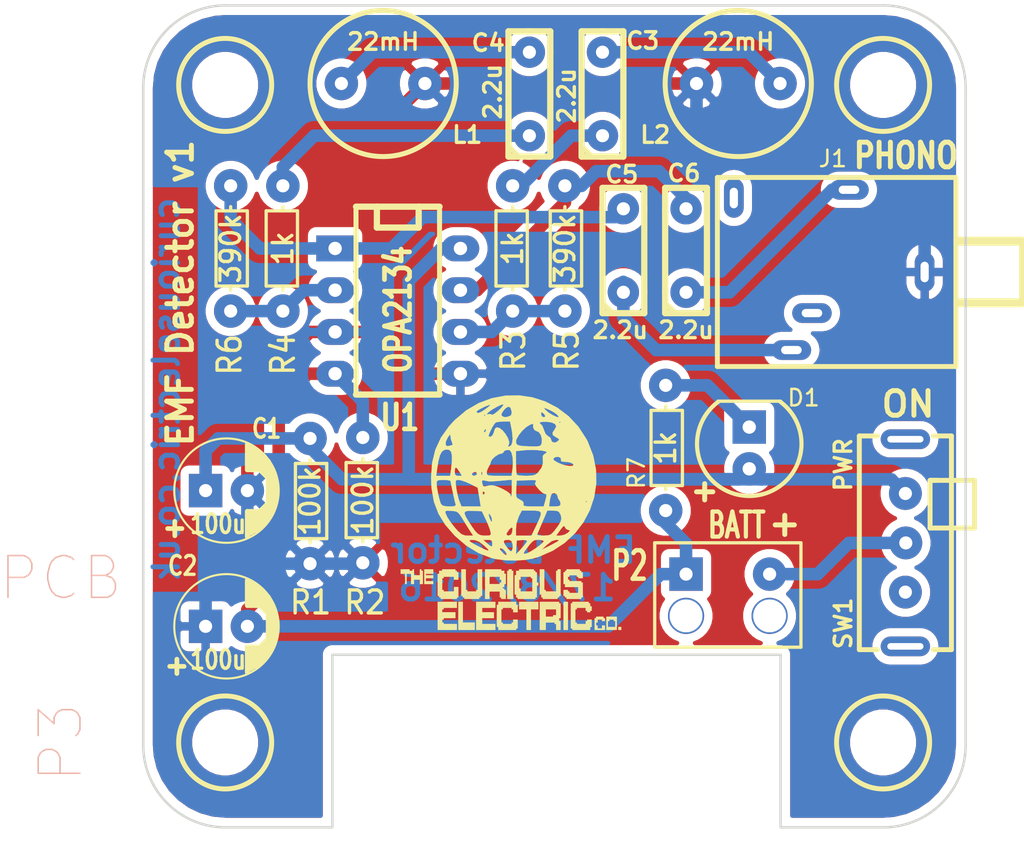
<source format=kicad_pcb>
(kicad_pcb (version 20171130) (host pcbnew "(5.1.10)-1")
  (layers (0 F.Cu signal) (31 B.Cu signal) (34 B.Paste user) (35 F.Paste user) (36 B.SilkS user) (37 F.SilkS user) (38 B.Mask user) (39 F.Mask user) (44 Edge.Cuts user))
  (net 0 "")
  (net 1 VCC)
  (net 2 GND)
  (net 3 VSS)
  (net 4 "Net-(C3-Pad1)")
  (net 5 "Net-(C3-Pad2)")
  (net 6 "Net-(C4-Pad1)")
  (net 7 "Net-(C4-Pad2)")
  (net 8 "Net-(C5-Pad1)")
  (net 9 "Net-(C5-Pad2)")
  (net 10 "Net-(C6-Pad1)")
  (net 11 "Net-(C6-Pad2)")
  (net 12 "Net-(P2-Pad2)")
  (net 13 "Net-(R3-Pad1)")
  (net 14 "Net-(R4-Pad1)")
  (net 15 "Net-(J1-Pad6)")
  (net 16 "Net-(J1-Pad5)")
  (net 17 "Net-(D1-Pad1)")
  (module REInnovationFootprint:C_1V7_TH (layer F.Cu) (at 125.062 132.77)
    (fp_text reference C2 (at -2.667 -3.683) (layer F.SilkS) (effects (font (size 1.143 0.889) (thickness 0.2032))))
    (fp_text value 100u (at -0.508 2.032) (layer F.SilkS) (effects (font (size 1.143 0.889) (thickness 0.2032))))
    (fp_text user + (at -3.015 2.358) (layer F.SilkS) (effects (font (size 1.143 1.143) (thickness 0.28702))))
    (pad 2 thru_hole circle (at 1.27 0) (size 2.032 2.032) (drill 0.8001) (layers *.Cu *.Mask) (net 3 VSS))
    (pad 1 thru_hole rect (at -1.27 0) (size 2.032 2.032) (drill 0.8001) (layers *.Cu *.Mask) (net 2 GND))
  )
  (module REInnovationFootprint:C_1V7_TH (layer F.Cu) (at 125.062 124.515)
    (fp_text reference C1 (at 2.438 -3.765) (layer F.SilkS) (effects (font (size 1.143 0.889) (thickness 0.2032))))
    (fp_text value 100u (at -0.508 2.032) (layer F.SilkS) (effects (font (size 1.143 0.889) (thickness 0.2032))))
    (fp_text user + (at -3.142 2.231) (layer F.SilkS) (effects (font (size 1.143 1.143) (thickness 0.28702))))
    (pad 2 thru_hole circle (at 1.27 0) (size 2.032 2.032) (drill 0.8001) (layers *.Cu *.Mask) (net 2 GND))
    (pad 1 thru_hole rect (at -1.27 0) (size 2.032 2.032) (drill 0.8001) (layers *.Cu *.Mask) (net 1 VCC))
  )
  (module REInnovationFootprint:DIP-8_300_ELL (layer F.Cu) (at 135.476 117.403 270)
    (fp_text reference U1 (at 2.667 -0.127) (layer F.SilkS) (effects (font (size 1.524 1.143) (thickness 0.28702))))
    (fp_text value OPA2134 (at -3.903 -0.024 270) (layer F.SilkS) (effects (font (size 1.524 1.143) (thickness 0.28702))))
    (pad 8 thru_hole oval (at -7.62 -3.81 270) (size 1.5748 2.286) (drill 0.8128) (layers *.Cu *.Mask) (net 1 VCC))
    (pad 7 thru_hole oval (at -5.08 -3.81 270) (size 1.5748 2.286) (drill 0.8128) (layers *.Cu *.Mask) (net 11 "Net-(C6-Pad2)"))
    (pad 6 thru_hole oval (at -2.54 -3.81 270) (size 1.5748 2.286) (drill 0.8128) (layers *.Cu *.Mask) (net 13 "Net-(R3-Pad1)"))
    (pad 5 thru_hole oval (at 0 -3.81 270) (size 1.5748 2.286) (drill 0.8128) (layers *.Cu *.Mask) (net 2 GND))
    (pad 4 thru_hole oval (at 0 3.81 270) (size 1.5748 2.286) (drill 0.8128) (layers *.Cu *.Mask) (net 3 VSS))
    (pad 3 thru_hole oval (at -2.54 3.81 270) (size 1.5748 2.286) (drill 0.8128) (layers *.Cu *.Mask) (net 2 GND))
    (pad 2 thru_hole oval (at -5.08 3.81 270) (size 1.5748 2.286) (drill 0.8128) (layers *.Cu *.Mask) (net 14 "Net-(R4-Pad1)"))
    (pad 1 thru_hole rect (at -7.62 3.81 270) (size 1.5748 2.286) (drill 0.8128) (layers *.Cu *.Mask) (net 9 "Net-(C5-Pad2)"))
  )
  (module REInnovationFootprint:Batt_Connector_Strain_Relief (layer F.Cu) (at 154.272 129.595)
    (fp_text reference P2 (at -4.699 -0.508) (layer F.SilkS) (effects (font (size 1.72974 1.08712) (thickness 0.27178))))
    (fp_text value BATT (at 1.811 -2.976) (layer F.SilkS) (effects (font (size 1.524 1.016) (thickness 0.254))))
    (fp_text user + (at 4.732 -3.103) (layer F.SilkS) (effects (font (size 1.524 1.524) (thickness 0.3048))))
    (pad 4 thru_hole circle (at 3.81 2.54) (size 2.19964 2.19964) (drill 1.99898) (layers *.Cu *.Mask))
    (pad 3 thru_hole circle (at -1.27 2.54) (size 2.19964 2.19964) (drill 1.99898) (layers *.Cu *.Mask))
    (pad 2 thru_hole circle (at 3.81 0) (size 2.032 2.032) (drill 0.8001) (layers *.Cu *.Mask) (net 12 "Net-(P2-Pad2)"))
    (pad 1 thru_hole rect (at -1.27 0) (size 2.032 2.032) (drill 0.8001) (layers *.Cu *.Mask) (net 3 VSS))
  )
  (module REInnovationFootprint:SW_SPDT_R_Angle_ALIEX (layer F.Cu) (at 166.337 127.69)
    (fp_text reference SW1 (at -3.777 4.898 270) (layer F.SilkS) (effects (font (size 1.016 1.016) (thickness 0.2032))))
    (fp_text value PWR (at -3.777 -4.754 270) (layer F.SilkS) (effects (font (size 1.016 1.016) (thickness 0.2032))))
    (pad 5 thru_hole oval (at 0 6.3) (size 3 1.2) (drill oval 2.2 0.4) (layers *.Cu *.Mask))
    (pad 4 thru_hole oval (at 0 -6.3) (size 3 1.2) (drill oval 2.2 0.4) (layers *.Cu *.Mask))
    (pad 3 thru_hole circle (at 0 3) (size 2 2) (drill 0.8) (layers *.Cu *.Mask))
    (pad 1 thru_hole circle (at 0 -3) (size 2 2) (drill 0.8) (layers *.Cu *.Mask) (net 1 VCC))
    (pad 2 thru_hole circle (at 0.0254 0.00762) (size 2 2) (drill 0.8) (layers *.Cu *.Mask) (net 12 "Net-(P2-Pad2)"))
  )
  (module REInnovationFootprint:TH_LED-5MM_larg_pad (layer F.Cu) (at 156.845 121.92 90)
    (fp_text reference D1 (at 3.048 3.302 180) (layer F.SilkS))
    (fp_text value PWR hide)
    (fp_text user + (at -2.667 -2.8 90) (layer F.SilkS) (effects (font (size 1.3 1.3) (thickness 0.3))))
    (pad 1 thru_hole rect (at 1.27 0 90) (size 2.032 2.032) (drill 0.8128) (layers *.Cu *.Mask) (net 17 "Net-(D1-Pad1)"))
    (pad 2 thru_hole circle (at -1.27 0 90) (size 2.032 2.032) (drill 0.8128) (layers *.Cu *.Mask) (net 1 VCC))
  )
  (module REInnovationFootprint:TH_Resistor_1 (layer F.Cu) (at 151.765 121.92 270)
    (fp_text reference R7 (at 1.524 1.778 90) (layer F.SilkS))
    (fp_text value 1k (at 0 0 270) (layer F.SilkS) (effects (font (size 1.2 1.15) (thickness 0.2032))))
    (pad 2 thru_hole circle (at 3.81 0 270) (size 2.032 2.032) (drill 0.8001) (layers *.Cu *.Mask) (net 3 VSS))
    (pad 1 thru_hole circle (at -3.81 0 270) (size 2.032 2.032) (drill 0.8001) (layers *.Cu *.Mask) (net 17 "Net-(D1-Pad1)"))
  )
  (module REInnovationFootprint:TH_Resistor_1 (layer F.Cu) (at 142.461 109.783 90)
    (fp_text reference R3 (at -6.217 0.039 270) (layer F.SilkS) (effects (font (size 1.397 1.27) (thickness 0.2032))))
    (fp_text value 1k (at 0 0 90) (layer F.SilkS) (effects (font (size 1.2 1.15) (thickness 0.2032))))
    (pad 2 thru_hole circle (at 3.81 0 90) (size 2.032 2.032) (drill 0.8001) (layers *.Cu *.Mask) (net 4 "Net-(C3-Pad1)"))
    (pad 1 thru_hole circle (at -3.81 0 90) (size 2.032 2.032) (drill 0.8001) (layers *.Cu *.Mask) (net 13 "Net-(R3-Pad1)"))
  )
  (module REInnovationFootprint:TH_Resistor_1 (layer F.Cu) (at 128.491 109.783 90)
    (fp_text reference R4 (at -6.467 0.009 270) (layer F.SilkS) (effects (font (size 1.397 1.27) (thickness 0.2032))))
    (fp_text value 1k (at 0 0 90) (layer F.SilkS) (effects (font (size 1.2 1.15) (thickness 0.2032))))
    (pad 2 thru_hole circle (at 3.81 0 90) (size 2.032 2.032) (drill 0.8001) (layers *.Cu *.Mask) (net 6 "Net-(C4-Pad1)"))
    (pad 1 thru_hole circle (at -3.81 0 90) (size 2.032 2.032) (drill 0.8001) (layers *.Cu *.Mask) (net 14 "Net-(R4-Pad1)"))
  )
  (module REInnovationFootprint:C1_wide_lg_pad (layer F.Cu) (at 147.922 101.655 90)
    (fp_text reference C3 (at 4.5 2.446 180) (layer F.SilkS) (effects (font (size 1.016 1.016) (thickness 0.2032))))
    (fp_text value 2.2u (at 1.155 -2.172 90) (layer F.SilkS) (effects (font (size 1.016 1.016) (thickness 0.2032))))
    (pad 1 thru_hole circle (at -1.27 0 90) (size 1.905 1.905) (drill 0.8001) (layers *.Cu *.Mask) (net 4 "Net-(C3-Pad1)"))
    (pad 2 thru_hole circle (at 3.81 0 90) (size 1.905 1.905) (drill 0.8001) (layers *.Cu *.Mask) (net 5 "Net-(C3-Pad2)"))
  )
  (module REInnovationFootprint:C1_wide_lg_pad (layer F.Cu) (at 143.477 101.655 90)
    (fp_text reference C4 (at 4.373 -2.507 180) (layer F.SilkS) (effects (font (size 1.016 1.016) (thickness 0.2032))))
    (fp_text value 2.2u (at 1.405 -2.227 90) (layer F.SilkS) (effects (font (size 1.016 1.016) (thickness 0.2032))))
    (pad 1 thru_hole circle (at -1.27 0 90) (size 1.905 1.905) (drill 0.8001) (layers *.Cu *.Mask) (net 6 "Net-(C4-Pad1)"))
    (pad 2 thru_hole circle (at 3.81 0 90) (size 1.905 1.905) (drill 0.8001) (layers *.Cu *.Mask) (net 7 "Net-(C4-Pad2)"))
  )
  (module REInnovationFootprint:C1_wide_lg_pad (layer F.Cu) (at 149.192 111.18 90)
    (fp_text reference C5 (at 5.897 -0.094 180) (layer F.SilkS) (effects (font (size 1.016 1.016) (thickness 0.2032))))
    (fp_text value 2.2u (at -3.57 -0.192 180) (layer F.SilkS) (effects (font (size 1.016 1.016) (thickness 0.2032))))
    (pad 1 thru_hole circle (at -1.27 0 90) (size 1.905 1.905) (drill 0.8001) (layers *.Cu *.Mask) (net 8 "Net-(C5-Pad1)"))
    (pad 2 thru_hole circle (at 3.81 0 90) (size 1.905 1.905) (drill 0.8001) (layers *.Cu *.Mask) (net 9 "Net-(C5-Pad2)"))
  )
  (module REInnovationFootprint:C1_wide_lg_pad (layer F.Cu) (at 153.002 111.18 90)
    (fp_text reference C6 (at 5.969 -0.127 180) (layer F.SilkS) (effects (font (size 1.016 1.016) (thickness 0.2032))))
    (fp_text value 2.2u (at -3.57 -0.002 180) (layer F.SilkS) (effects (font (size 1.016 1.016) (thickness 0.2032))))
    (pad 1 thru_hole circle (at -1.27 0 90) (size 1.905 1.905) (drill 0.8001) (layers *.Cu *.Mask) (net 10 "Net-(C6-Pad1)"))
    (pad 2 thru_hole circle (at 3.81 0 90) (size 1.905 1.905) (drill 0.8001) (layers *.Cu *.Mask) (net 11 "Net-(C6-Pad2)"))
  )
  (module REInnovationFootprint:TH_Inductor (layer F.Cu) (at 134.587 99.75)
    (fp_text reference L1 (at 5.113 3.12 180) (layer F.SilkS) (effects (font (size 1.016 1.016) (thickness 0.2032))))
    (fp_text value 22mH (at 0 -2.54) (layer F.SilkS) (effects (font (size 1.016 1.016) (thickness 0.2032))))
    (pad 1 thru_hole circle (at -2.54 0) (size 2.032 2.032) (drill 0.8001) (layers *.Cu *.Mask) (net 7 "Net-(C4-Pad2)"))
    (pad 2 thru_hole circle (at 2.54 0) (size 2.032 2.032) (drill 0.8001) (layers *.Cu *.Mask) (net 2 GND))
  )
  (module REInnovationFootprint:TH_Inductor (layer F.Cu) (at 156.177 99.75)
    (fp_text reference L2 (at -5.047 3.12 180) (layer F.SilkS) (effects (font (size 1.016 1.016) (thickness 0.2032))))
    (fp_text value 22mH (at 0 -2.54) (layer F.SilkS) (effects (font (size 1.016 1.016) (thickness 0.2032))))
    (pad 1 thru_hole circle (at -2.54 0) (size 2.032 2.032) (drill 0.8001) (layers *.Cu *.Mask) (net 2 GND))
    (pad 2 thru_hole circle (at 2.54 0) (size 2.032 2.032) (drill 0.8001) (layers *.Cu *.Mask) (net 5 "Net-(C3-Pad2)"))
  )
  (module REInnovationFootprint:PCB_50x50mm (layer F.Cu) (at 119.982 144.835)
    (fp_text reference P3 (at -5 -5 90) (layer B.SilkS) (effects (font (size 2.54 2.54) (thickness 0.0889))))
    (fp_text value PCB (at -5 -15) (layer B.SilkS) (effects (font (size 2.54 2.54) (thickness 0.0889))))
    (pad "" np_thru_hole circle (at 45 -5) (size 3 3) (drill 3) (layers *.Cu *.Mask))
    (pad "" np_thru_hole circle (at 5 -5) (size 3 3) (drill 3) (layers *.Cu *.Mask))
    (pad "" np_thru_hole circle (at 5 -45) (size 3 3) (drill 3) (layers *.Cu *.Mask))
    (pad "" np_thru_hole circle (at 45 -45) (size 3 3) (drill 3) (layers *.Cu *.Mask))
  )
  (module CuriousElectric3:CuriousElectric_globe_10mm (layer F.Cu) (at 142.494 123.698)
    (fp_text reference P5 hide)
    (fp_text value LOGO2 hide)
  )
  (module REInnovationFootprint:TH_3_5mm_Jack_oval_holes (layer F.Cu) (at 154.907 105.465 270)
    (fp_text reference J1 (at -1.143 -7.018) (layer F.SilkS))
    (fp_text value PHONO (at -1.325 -11.463) (layer F.SilkS) (effects (font (size 1.5 1.2) (thickness 0.3))))
    (pad 6 thru_hole oval (at 8.25 -5.75 270) (size 1.2 2.4) (drill oval 0.5 1.25) (layers *.Cu *.Mask) (net 15 "Net-(J1-Pad6)"))
    (pad 1 thru_hole oval (at 5.75 -12.6 270) (size 2.4 1.2) (drill oval 1.25 0.5) (layers *.Cu *.Mask) (net 2 GND))
    (pad 2 thru_hole oval (at 0.75 -8 270) (size 1.2 2.4) (drill oval 0.5 1.25) (layers *.Cu *.Mask) (net 10 "Net-(C6-Pad1)"))
    (pad 3 thru_hole oval (at 10.5 -4.5 270) (size 1.2 2.4) (drill oval 0.5 1.25) (layers *.Cu *.Mask) (net 8 "Net-(C5-Pad1)"))
    (pad 5 thru_hole oval (at 1.25 -1 270) (size 2.4 1.2) (drill oval 1.25 0.5) (layers *.Cu *.Mask) (net 16 "Net-(J1-Pad5)"))
  )
  (module REInnovationFootprint:TH_Resistor_1 (layer F.Cu) (at 130.142 125.15 270)
    (fp_text reference R1 (at 6.168 -0.033 180) (layer F.SilkS) (effects (font (size 1.397 1.27) (thickness 0.2032))))
    (fp_text value 100k (at 0 0 270) (layer F.SilkS) (effects (font (size 1.2 1.15) (thickness 0.2032))))
    (pad 1 thru_hole circle (at -3.81 0 270) (size 2.032 2.032) (drill 0.8001) (layers *.Cu *.Mask) (net 1 VCC))
    (pad 2 thru_hole circle (at 3.81 0 270) (size 2.032 2.032) (drill 0.8001) (layers *.Cu *.Mask) (net 2 GND))
  )
  (module REInnovationFootprint:TH_Resistor_1 (layer F.Cu) (at 133.35 125.095 90)
    (fp_text reference R2 (at -6.223 0.127) (layer F.SilkS) (effects (font (size 1.397 1.27) (thickness 0.2032))))
    (fp_text value 100k (at 0 0 90) (layer F.SilkS) (effects (font (size 1.2 1.15) (thickness 0.2032))))
    (pad 2 thru_hole circle (at 3.81 0 90) (size 2.032 2.032) (drill 0.8001) (layers *.Cu *.Mask) (net 3 VSS))
    (pad 1 thru_hole circle (at -3.81 0 90) (size 2.032 2.032) (drill 0.8001) (layers *.Cu *.Mask) (net 2 GND))
  )
  (module REInnovationFootprint:TH_Resistor_1 (layer F.Cu) (at 145.636 109.783 270)
    (fp_text reference R5 (at 6.217 -0.114 90) (layer F.SilkS) (effects (font (size 1.397 1.27) (thickness 0.2032))))
    (fp_text value 390k (at 0 0 270) (layer F.SilkS) (effects (font (size 1.2 1.15) (thickness 0.2032))))
    (pad 2 thru_hole circle (at 3.81 0 270) (size 2.032 2.032) (drill 0.8001) (layers *.Cu *.Mask) (net 13 "Net-(R3-Pad1)"))
    (pad 1 thru_hole circle (at -3.81 0 270) (size 2.032 2.032) (drill 0.8001) (layers *.Cu *.Mask) (net 11 "Net-(C6-Pad2)"))
  )
  (module REInnovationFootprint:TH_Resistor_1 (layer F.Cu) (at 125.316 109.783 270)
    (fp_text reference R6 (at 6.467 0.066 90) (layer F.SilkS) (effects (font (size 1.397 1.27) (thickness 0.2032))))
    (fp_text value 390k (at 0 0 270) (layer F.SilkS) (effects (font (size 1.2 1.15) (thickness 0.2032))))
    (pad 1 thru_hole circle (at -3.81 0 270) (size 2.032 2.032) (drill 0.8001) (layers *.Cu *.Mask) (net 9 "Net-(C5-Pad2)"))
    (pad 2 thru_hole circle (at 3.81 0 270) (size 2.032 2.032) (drill 0.8001) (layers *.Cu *.Mask) (net 14 "Net-(R4-Pad1)"))
  )
  (module CuriousElectric3:TCEC_Words_13mm (layer F.Cu) (at 135.382 129.032)
    (fp_text reference P4 hide)
    (fp_text value LOGO1 hide)
  )
  (gr_text ON (at 166.497 119.253) (layer F.SilkS) (effects (font (size 1.5 1.5) (thickness 0.3))))
  (gr_text "EMF Detector v1" (at 122.25 112.5 90) (layer F.SilkS) (effects (font (size 1.5 1.5) (thickness 0.3))))
  (gr_line (start 131.5 145) (end 131.5 134.5) (angle 90) (layer Edge.Cuts) (width 0.15))
  (gr_line (start 125 145) (end 131.5 145) (angle 90) (layer Edge.Cuts) (width 0.15))
  (gr_line (start 158.75 134.5) (end 131.5 134.5) (angle 90) (layer Edge.Cuts) (width 0.15))
  (gr_line (start 158.75 145) (end 158.75 134.5) (angle 90) (layer Edge.Cuts) (width 0.15))
  (gr_line (start 165 145) (end 158.75 145) (angle 90) (layer Edge.Cuts) (width 0.15))
  (gr_text 17/8/2016 (at 142.113 130.429) (layer B.Cu) (effects (font (size 1.5 1.5) (thickness 0.3)) (justify mirror)))
  (gr_text "EMF Detector" (at 142.494 128.143) (layer B.Cu) (effects (font (size 1.5 1.5) (thickness 0.3)) (justify mirror)))
  (gr_text curiouselectric.co.uk (at 121.412 118.364 90) (layer B.Cu) (effects (font (size 1.5 1.5) (thickness 0.3)) (justify mirror)))
  (gr_arc (start 125 100) (end 120 100) (angle 90) (layer Edge.Cuts) (width 0.15))
  (gr_arc (start 165 100) (end 165 95) (angle 90) (layer Edge.Cuts) (width 0.15))
  (gr_arc (start 165 140) (end 170 140) (angle 90) (layer Edge.Cuts) (width 0.15))
  (gr_arc (start 125 140) (end 125 145) (angle 90) (layer Edge.Cuts) (width 0.15))
  (gr_line (start 170 100) (end 170 140) (angle 90) (layer Edge.Cuts) (width 0.15))
  (gr_line (start 125 95) (end 165 95) (angle 90) (layer Edge.Cuts) (width 0.15))
  (gr_line (start 120 140) (end 120 100) (angle 90) (layer Edge.Cuts) (width 0.15))
  (segment (start 139.286 109.783) (end 138.121 109.783) (width 0.762) (layer B.Cu) (net 1))
  (segment (start 136.144 111.76) (end 136.144 123.825) (width 0.762) (layer B.Cu) (net 1))
  (segment (start 138.121 109.783) (end 136.144 111.76) (width 0.762) (layer B.Cu) (net 1))
  (segment (start 165.472 123.825) (end 166.337 124.69) (width 0.762) (layer B.Cu) (net 1))
  (segment (start 130.142 121.34) (end 130.142 121.887) (width 0.762) (layer B.Cu) (net 1))
  (segment (start 130.142 121.887) (end 132.08 123.825) (width 0.762) (layer B.Cu) (net 1))
  (segment (start 123.792 124.515) (end 123.792 122.102) (width 0.762) (layer B.Cu) (net 1))
  (segment (start 124.554 121.34) (end 130.142 121.34) (width 0.762) (layer B.Cu) (net 1))
  (segment (start 123.792 122.102) (end 124.554 121.34) (width 0.762) (layer B.Cu) (net 1))
  (segment (start 156.845 123.19) (end 156.972 123.19) (width 0.762) (layer B.Cu) (net 1))
  (segment (start 156.972 123.19) (end 157.607 123.825) (width 0.762) (layer B.Cu) (net 1))
  (segment (start 157.607 123.825) (end 156.845 123.19) (width 0.762) (layer B.Cu) (net 1))
  (segment (start 156.845 123.19) (end 157.48 123.825) (width 0.762) (layer B.Cu) (net 1))
  (segment (start 136.144 123.825) (end 157.607 123.825) (width 0.762) (layer B.Cu) (net 1))
  (segment (start 157.607 123.825) (end 165.472 123.825) (width 0.762) (layer B.Cu) (net 1))
  (segment (start 134.62 123.825) (end 156.21 123.825) (width 0.762) (layer B.Cu) (net 1))
  (segment (start 156.21 123.825) (end 156.845 123.19) (width 0.762) (layer B.Cu) (net 1))
  (segment (start 132.08 123.825) (end 134.62 123.825) (width 0.762) (layer B.Cu) (net 1))
  (segment (start 130.142 128.96) (end 127.69 128.96) (width 0.762) (layer B.Cu) (net 2))
  (segment (start 126.122 127.392) (end 126.332 127.392) (width 0.762) (layer B.Cu) (net 2))
  (segment (start 127.69 128.96) (end 126.122 127.392) (width 0.762) (layer B.Cu) (net 2))
  (segment (start 130.142 128.96) (end 133.295 128.96) (width 0.762) (layer B.Cu) (net 2))
  (segment (start 133.295 128.96) (end 133.35 128.905) (width 0.762) (layer B.Cu) (net 2))
  (segment (start 123.792 132.77) (end 123.792 129.722) (width 0.762) (layer B.Cu) (net 2))
  (segment (start 123.792 129.722) (end 126.332 127.182) (width 0.762) (layer B.Cu) (net 2))
  (segment (start 126.332 127.182) (end 126.332 127.392) (width 0.762) (layer B.Cu) (net 2))
  (segment (start 126.332 127.392) (end 126.332 124.515) (width 0.762) (layer B.Cu) (net 2))
  (segment (start 134.714 114.863) (end 134.714 102.163) (width 0.762) (layer F.Cu) (net 2))
  (segment (start 134.714 102.163) (end 137.127 99.75) (width 0.762) (layer F.Cu) (net 2))
  (segment (start 126.332 124.515) (end 126.332 118.673) (width 0.762) (layer F.Cu) (net 2))
  (segment (start 130.142 114.863) (end 131.666 114.863) (width 0.762) (layer F.Cu) (net 2))
  (segment (start 126.332 118.673) (end 130.142 114.863) (width 0.762) (layer F.Cu) (net 2))
  (segment (start 137.127 99.75) (end 153.637 99.75) (width 0.762) (layer F.Cu) (net 2))
  (segment (start 131.666 114.863) (end 134.714 114.863) (width 0.762) (layer F.Cu) (net 2))
  (segment (start 134.714 114.863) (end 137.254 117.403) (width 0.762) (layer F.Cu) (net 2))
  (segment (start 137.254 117.403) (end 139.286 117.403) (width 0.762) (layer F.Cu) (net 2))
  (segment (start 153.637 99.75) (end 153.637 102.075) (width 0.762) (layer B.Cu) (net 2))
  (segment (start 153.637 102.075) (end 154.813 103.251) (width 0.762) (layer B.Cu) (net 2))
  (segment (start 154.813 103.251) (end 165.1 103.251) (width 0.762) (layer B.Cu) (net 2))
  (segment (start 167.507 105.658) (end 167.507 111.215) (width 0.762) (layer B.Cu) (net 2))
  (segment (start 165.1 103.251) (end 167.507 105.658) (width 0.762) (layer B.Cu) (net 2))
  (segment (start 126.332 132.77) (end 148.281 132.77) (width 0.762) (layer B.Cu) (net 3))
  (segment (start 151.456 129.595) (end 153.002 129.595) (width 0.762) (layer B.Cu) (net 3))
  (segment (start 148.281 132.77) (end 151.456 129.595) (width 0.762) (layer B.Cu) (net 3))
  (segment (start 151.765 125.73) (end 151.765 126.492) (width 0.762) (layer B.Cu) (net 3))
  (segment (start 151.765 126.492) (end 153.002 127.729) (width 0.762) (layer B.Cu) (net 3))
  (segment (start 153.002 127.729) (end 153.002 129.595) (width 0.762) (layer B.Cu) (net 3))
  (segment (start 133.35 121.285) (end 133.35 119.087) (width 0.762) (layer B.Cu) (net 3))
  (segment (start 133.35 119.087) (end 131.666 117.403) (width 0.762) (layer B.Cu) (net 3))
  (segment (start 126.332 132.77) (end 126.332 131.754) (width 0.762) (layer F.Cu) (net 3))
  (segment (start 126.332 131.754) (end 128.237 129.849) (width 0.762) (layer F.Cu) (net 3))
  (segment (start 130.015 117.403) (end 131.666 117.403) (width 0.762) (layer F.Cu) (net 3))
  (segment (start 128.237 119.181) (end 130.015 117.403) (width 0.762) (layer F.Cu) (net 3))
  (segment (start 128.237 129.849) (end 128.237 119.181) (width 0.762) (layer F.Cu) (net 3))
  (segment (start 126.332 132.77) (end 126.84 132.77) (width 0.762) (layer B.Cu) (net 3))
  (segment (start 142.461 105.973) (end 142.969 105.973) (width 0.762) (layer B.Cu) (net 4))
  (segment (start 142.969 105.973) (end 146.017 102.925) (width 0.762) (layer B.Cu) (net 4))
  (segment (start 146.017 102.925) (end 147.922 102.925) (width 0.762) (layer B.Cu) (net 4))
  (segment (start 147.922 97.845) (end 156.812 97.845) (width 0.762) (layer B.Cu) (net 5))
  (segment (start 156.812 97.845) (end 158.717 99.75) (width 0.762) (layer B.Cu) (net 5))
  (segment (start 143.477 102.925) (end 130.396 102.925) (width 0.762) (layer B.Cu) (net 6))
  (segment (start 128.491 104.83) (end 128.491 105.973) (width 0.762) (layer B.Cu) (net 6))
  (segment (start 130.396 102.925) (end 128.491 104.83) (width 0.762) (layer B.Cu) (net 6))
  (segment (start 143.477 97.845) (end 133.952 97.845) (width 0.762) (layer B.Cu) (net 7))
  (segment (start 133.952 97.845) (end 132.047 99.75) (width 0.762) (layer B.Cu) (net 7))
  (segment (start 149.192 112.45) (end 149.192 113.974) (width 0.762) (layer B.Cu) (net 8))
  (segment (start 151.183 115.965) (end 159.407 115.965) (width 0.762) (layer B.Cu) (net 8))
  (segment (start 149.192 113.974) (end 151.183 115.965) (width 0.762) (layer B.Cu) (net 8))
  (segment (start 149.192 112.45) (end 149.192 111.815) (width 0.762) (layer B.Cu) (net 8))
  (segment (start 131.666 109.783) (end 135.095 109.783) (width 0.762) (layer B.Cu) (net 9))
  (segment (start 137 107.878) (end 148.684 107.878) (width 0.762) (layer B.Cu) (net 9))
  (segment (start 135.095 109.783) (end 137 107.878) (width 0.762) (layer B.Cu) (net 9))
  (segment (start 148.684 107.878) (end 149.192 107.37) (width 0.762) (layer B.Cu) (net 9))
  (segment (start 125.316 105.973) (end 125.316 108.005) (width 0.762) (layer B.Cu) (net 9))
  (segment (start 125.316 108.005) (end 127.094 109.783) (width 0.762) (layer B.Cu) (net 9))
  (segment (start 127.094 109.783) (end 131.666 109.783) (width 0.762) (layer B.Cu) (net 9))
  (segment (start 153.002 112.45) (end 154.885 112.45) (width 0.762) (layer B.Cu) (net 10))
  (segment (start 154.885 112.45) (end 155.647 112.45) (width 0.762) (layer B.Cu) (net 10))
  (segment (start 154.885 112.45) (end 155.288 112.45) (width 0.762) (layer B.Cu) (net 10))
  (segment (start 161.882 106.215) (end 162.907 106.215) (width 0.762) (layer B.Cu) (net 10))
  (segment (start 155.647 112.45) (end 161.882 106.215) (width 0.762) (layer B.Cu) (net 10))
  (segment (start 139.286 112.323) (end 140.302 112.323) (width 0.762) (layer F.Cu) (net 11))
  (segment (start 140.302 112.323) (end 145.636 106.989) (width 0.762) (layer F.Cu) (net 11))
  (segment (start 145.636 106.989) (end 145.636 105.973) (width 0.762) (layer F.Cu) (net 11))
  (segment (start 139.286 112.323) (end 140.048 112.323) (width 0.762) (layer F.Cu) (net 11))
  (segment (start 145.636 106.735) (end 145.636 105.973) (width 0.762) (layer F.Cu) (net 11))
  (segment (start 145.636 105.973) (end 146.652 105.973) (width 0.762) (layer B.Cu) (net 11))
  (segment (start 146.652 105.973) (end 147.541 105.084) (width 0.762) (layer B.Cu) (net 11))
  (segment (start 151.351 105.084) (end 153.002 106.735) (width 0.762) (layer B.Cu) (net 11))
  (segment (start 147.541 105.084) (end 151.351 105.084) (width 0.762) (layer B.Cu) (net 11))
  (segment (start 153.002 106.735) (end 153.002 107.37) (width 0.762) (layer B.Cu) (net 11))
  (segment (start 158.082 129.595) (end 161.003 129.595) (width 0.762) (layer B.Cu) (net 12))
  (segment (start 162.90038 127.69762) (end 166.3624 127.69762) (width 0.762) (layer B.Cu) (net 12))
  (segment (start 161.003 129.595) (end 162.90038 127.69762) (width 0.762) (layer B.Cu) (net 12))
  (segment (start 139.286 114.863) (end 141.191 114.863) (width 0.762) (layer B.Cu) (net 13))
  (segment (start 141.191 114.863) (end 142.461 113.593) (width 0.762) (layer B.Cu) (net 13))
  (segment (start 145.636 113.593) (end 142.461 113.593) (width 0.762) (layer B.Cu) (net 13))
  (segment (start 131.666 112.323) (end 129.761 112.323) (width 0.762) (layer B.Cu) (net 14))
  (segment (start 129.761 112.323) (end 128.491 113.593) (width 0.762) (layer B.Cu) (net 14))
  (segment (start 125.316 113.593) (end 128.491 113.593) (width 0.762) (layer B.Cu) (net 14))
  (segment (start 156.845 120.65) (end 154.305 118.11) (width 0.762) (layer B.Cu) (net 17))
  (segment (start 154.305 118.11) (end 151.765 118.11) (width 0.762) (layer B.Cu) (net 17))
  (zone (net 2) (net_name GND) (layer B.Cu) (connect_pads (clearance 0.508)) (min_thickness 0.254) (fill yes (arc_segments 16) (thermal_gap 0.508) (thermal_bridge_width 0.508))
    (polygon (pts (xy 171.417 146.74) (xy 119.347 146.74) (xy 119.347 94.67) (xy 171.417 94.67)))
  )
  (zone (net 2) (net_name GND) (layer F.Cu) (connect_pads (clearance 0.508)) (min_thickness 0.254) (fill yes (arc_segments 16) (thermal_gap 0.508) (thermal_bridge_width 0.508))
    (polygon (pts (xy 171.417 146.74) (xy 119.347 146.74) (xy 119.347 94.67) (xy 171.417 94.67)))
  )
)
</source>
